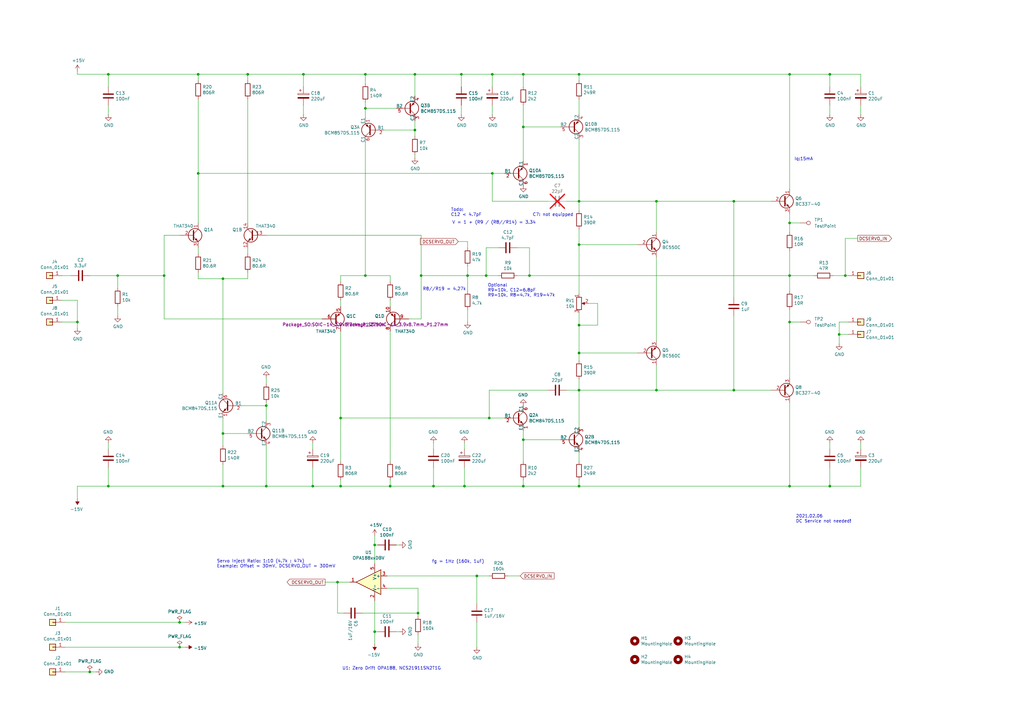
<source format=kicad_sch>
(kicad_sch (version 20231120) (generator "eeschema") (generator_version "8.0")
  (paper "A3")
  (title_block (title "Discrete Pre-Amp Elektor THAT340 with DC Servo") (date "2024-08-12") (rev "v2f"))
  (lib_symbols
    (symbol "Amplifier_Operational:OPA188xxDBV" (pin_names (offset 0.127))
      (property "Reference" "U" (at 0 5.08 0))
      (property "Value" "OPA188xxDBV" (at 0 -5.08 0))
      (symbol "OPA188xxDBV_0_1"
        (pin power_in line (at -2.54 -7.62 90) (length 3.81) (name "V-") (number "2"))
        (pin power_in line (at -2.54 7.62 270) (length 3.81) (name "V+") (number "5"))
      )
      (symbol "OPA188xxDBV_1_1"
        (pin output line (at 7.62 0 180) (length 2.54) (name "~") (number "1"))
        (pin input line (at -7.62 2.54 0) (length 2.54) (name "+") (number "3"))
        (pin input line (at -7.62 -2.54 0) (length 2.54) (name "-") (number "4"))
      )
    )
    (symbol "Connector:TestPoint" (pin_numbers hide) (pin_names (offset 0.762) hide)
      (property "Reference" "TP" (at 0 6.858 0))
      (property "Value" "TestPoint" (at 0 5.08 0))
      (symbol "TestPoint_1_1"
        (pin passive line (at 0 0 90) (length 2.54) (name "1") (number "1"))
      )
    )
    (symbol "Connector_Generic:Conn_01x01" (pin_names (offset 1.016) hide)
      (property "Reference" "J" (at 0 2.54 0))
      (property "Value" "Conn_01x01" (at 0 -2.54 0))
      (symbol "Conn_01x01_1_1"
        (pin passive line (at -5.08 0 0) (length 3.81) (name "Pin_1") (number "1"))
      )
    )
    (symbol "Device:C" (pin_numbers hide) (pin_names (offset 0.254))
      (property "Reference" "C" (at 0.635 2.54 0))
      (property "Value" "C" (at 0.635 -2.54 0))
      (symbol "C_1_1"
        (pin passive line (at 0 3.81 270) (length 2.794) (name "~") (number "1"))
        (pin passive line (at 0 -3.81 90) (length 2.794) (name "~") (number "2"))
      )
    )
    (symbol "Device:C_Polarized" (pin_numbers hide) (pin_names (offset 0.254))
      (property "Reference" "C" (at 0.635 2.54 0))
      (property "Value" "C_Polarized" (at 0.635 -2.54 0))
      (symbol "C_Polarized_1_1"
        (pin passive line (at 0 3.81 270) (length 2.794) (name "~") (number "1"))
        (pin passive line (at 0 -3.81 90) (length 2.794) (name "~") (number "2"))
      )
    )
    (symbol "Device:R" (pin_numbers hide) (pin_names (offset 0))
      (property "Reference" "R" (at 2.032 0 90))
      (property "Value" "R" (at 0 0 90))
      (symbol "R_1_1"
        (pin passive line (at 0 3.81 270) (length 1.27) (name "~") (number "1"))
        (pin passive line (at 0 -3.81 90) (length 1.27) (name "~") (number "2"))
      )
    )
    (symbol "Mechanical:MountingHole" (pin_names (offset 1.016))
      (property "Reference" "H" (at 0 5.08 0))
      (property "Value" "MountingHole" (at 0 3.175 0))
    )
    (symbol "Transistor_BJT:BC327" (pin_names (offset 0) hide)
      (property "Reference" "Q" (at 5.08 1.905 0))
      (property "Value" "BC327" (at 5.08 0 0))
      (symbol "BC327_1_1"
        (pin passive line (at 2.54 5.08 270) (length 2.54) (name "C") (number "1"))
        (pin input line (at -5.08 0 0) (length 5.715) (name "B") (number "2"))
        (pin passive line (at 2.54 -5.08 90) (length 2.54) (name "E") (number "3"))
      )
    )
    (symbol "Transistor_BJT:BC337" (pin_names (offset 0) hide)
      (property "Reference" "Q" (at 5.08 1.905 0))
      (property "Value" "BC337" (at 5.08 0 0))
      (symbol "BC337_1_1"
        (pin passive line (at 2.54 5.08 270) (length 2.54) (name "C") (number "1"))
        (pin input line (at -5.08 0 0) (length 5.08) (name "B") (number "2"))
        (pin passive line (at 2.54 -5.08 90) (length 2.54) (name "E") (number "3"))
      )
    )
    (symbol "Transistor_BJT:BC550" (pin_names (offset 0) hide)
      (property "Reference" "Q" (at 5.08 1.905 0))
      (property "Value" "BC550" (at 5.08 0 0))
      (symbol "BC550_1_1"
        (pin passive line (at 2.54 5.08 270) (length 2.54) (name "C") (number "1"))
        (pin input line (at -5.08 0 0) (length 5.08) (name "B") (number "2"))
        (pin passive line (at 2.54 -5.08 90) (length 2.54) (name "E") (number "3"))
      )
    )
    (symbol "Transistor_BJT:BC560" (pin_names (offset 0) hide)
      (property "Reference" "Q" (at 5.08 1.905 0))
      (property "Value" "BC560" (at 5.08 0 0))
      (symbol "BC560_1_1"
        (pin passive line (at 2.54 5.08 270) (length 2.54) (name "C") (number "1"))
        (pin input line (at -5.08 0 0) (length 5.715) (name "B") (number "2"))
        (pin passive line (at 2.54 -5.08 90) (length 2.54) (name "E") (number "3"))
      )
    )
    (symbol "kicad-snk:BCM847DS,115" (pin_names (offset 0))
      (property "Reference" "Q" (at 5.08 1.27 0))
      (property "Value" "BCM847DS,115" (at 5.08 -1.27 0))
      (symbol "BCM847DS,115_1_1"
        (pin passive line (at 2.54 -5.08 90) (length 2.54) (name "E1") (number "1"))
        (pin input line (at -5.08 0 0) (length 2.54) (name "B1") (number "2"))
        (pin passive line (at 2.54 5.08 270) (length 2.54) (name "C1") (number "6"))
      )
      (symbol "BCM847DS,115_2_1"
        (pin passive line (at 2.54 5.08 270) (length 2.54) (name "C2") (number "3"))
        (pin passive line (at 2.54 -5.08 90) (length 2.54) (name "E2") (number "4"))
        (pin input line (at -5.08 0 0) (length 2.54) (name "B2") (number "5"))
      )
    )
    (symbol "kicad-snk:BCM857DS,115" (pin_names (offset 0))
      (property "Reference" "Q" (at 5.08 1.27 0))
      (property "Value" "BCM857DS,115" (at 5.08 -1.27 0))
      (symbol "BCM857DS,115_1_1"
        (pin passive line (at 2.54 -5.08 90) (length 2.54) (name "E1") (number "1"))
        (pin input line (at -5.08 0 0) (length 2.54) (name "B1") (number "2"))
        (pin passive line (at 2.54 5.08 270) (length 2.54) (name "C1") (number "6"))
      )
      (symbol "BCM857DS,115_2_1"
        (pin passive line (at 2.54 5.08 270) (length 2.54) (name "C2") (number "3"))
        (pin passive line (at 2.54 -5.08 90) (length 2.54) (name "E2") (number "4"))
        (pin input line (at -5.08 0 0) (length 2.54) (name "B2") (number "5"))
      )
    )
    (symbol "kicad-snk:THAT340" (pin_names (offset 0) hide)
      (property "Reference" "Q" (at 5.334 -5.08 0))
      (property "Value" "THAT340" (at 5.334 -6.858 0))
      (property "Datasheet" "http://www.thatcorp.com/datashts/THAT_300-Series_Datasheet.pdf" (at -2.032 0 0))
      (symbol "THAT340_1_1"
        (pin passive line (at 2.54 5.08 270) (length 2.54) (name "C") (number "1"))
        (pin input line (at -5.08 0 0) (length 5.715) (name "B") (number "2"))
        (pin passive line (at 2.54 -5.08 90) (length 2.54) (name "E") (number "3"))
      )
      (symbol "THAT340_2_1"
        (pin passive line (at 2.54 -5.08 90) (length 2.54) (name "E") (number "12"))
        (pin input line (at -5.08 0 0) (length 5.715) (name "B") (number "13"))
        (pin passive line (at 2.54 5.08 270) (length 2.54) (name "C") (number "14"))
      )
      (symbol "THAT340_3_1"
        (pin passive line (at 2.54 5.08 270) (length 2.54) (name "C") (number "5"))
        (pin input line (at -5.08 0 0) (length 5.715) (name "B") (number "6"))
        (pin passive line (at 2.54 -5.08 90) (length 2.54) (name "E") (number "7"))
      )
      (symbol "THAT340_4_1"
        (pin input line (at 2.54 5.08 270) (length 2.54) (name "~") (number "10"))
        (pin passive line (at 2.54 -5.08 90) (length 2.54) (name "E") (number "8"))
        (pin input line (at -5.08 0 0) (length 5.715) (name "B") (number "9"))
      )
      (symbol "THAT340_5_0"
        (text "SUB" (at -2.667 0 0) (effects (font (size 1.524 1.524))))
        (text "SUB" (at 2.921 0 0) (effects (font (size 1.524 1.524))))
      )
      (symbol "THAT340_5_1"
        (pin passive line (at 7.62 0 180) (length 2.54) (name "E") (number "11"))
        (pin input line (at -7.62 0 0) (length 2.54) (name "B") (number "4"))
      )
    )
    (symbol "power:+15V" (power) (pin_names (offset 0))
      (property "Value" "+15V" (at 0 3.556 0))
      (symbol "+15V_1_1"
        (pin power_in line (at 0 0 90) (length 0) hide (name "+15V") (number "1"))
      )
    )
    (symbol "power:-15V" (power) (pin_names (offset 0))
      (property "Value" "-15V" (at 0 3.81 0))
      (symbol "-15V_0_0"
        (pin power_in line (at 0 0 90) (length 0) hide (name "-15V") (number "1"))
      )
    )
    (symbol "power:GND" (power) (pin_names (offset 0))
      (property "Value" "GND" (at 0 -3.81 0))
      (symbol "GND_1_1"
        (pin power_in line (at 0 0 270) (length 0) hide (name "GND") (number "1"))
      )
    )
    (symbol "power:PWR_FLAG" (power) (pin_numbers hide) (pin_names (offset 0) hide)
      (property "Value" "PWR_FLAG" (at 0 3.81 0))
      (symbol "PWR_FLAG_0_0"
        (pin power_out line (at 0 0 90) (length 0) (name "pwr") (number "1"))
      )
    )
    (symbol "pre-amp-discret-rescue:R_POT-Device" (pin_names (offset 1.016) hide)
      (property "Reference" "RV" (at -4.445 0 90))
      (property "Value" "R_POT-Device" (at -2.54 0 90))
      (symbol "R_POT-Device_1_1"
        (pin passive line (at 0 3.81 270) (length 1.27) (name "1") (number "1"))
        (pin passive line (at 3.81 0 180) (length 1.27) (name "2") (number "2"))
        (pin passive line (at 0 -3.81 90) (length 1.27) (name "3") (number "3"))
      )
    )
  )
  (junction (at 201.93 71.12))
  (junction (at 149.86 113.03))
  (junction (at 200.66 171.45))
  (junction (at 237.49 160.02))
  (junction (at 139.7 199.39))
  (junction (at 237.49 100.33))
  (junction (at 139.7 171.45))
  (junction (at 237.49 30.48))
  (junction (at 149.86 30.48))
  (junction (at 170.18 53.34))
  (junction (at 67.31 113.03))
  (junction (at 160.02 199.39))
  (junction (at 237.49 82.55))
  (junction (at 300.99 82.55))
  (junction (at 237.49 133.35))
  (junction (at 124.46 30.48))
  (junction (at 340.36 199.39))
  (junction (at 195.58 236.22))
  (junction (at 201.93 30.48))
  (junction (at 171.45 251.46))
  (junction (at 346.71 113.03))
  (junction (at 149.86 44.45))
  (junction (at 214.63 180.34))
  (junction (at 323.85 132.08))
  (junction (at 323.85 91.44))
  (junction (at 91.44 114.3))
  (junction (at 138.43 238.76))
  (junction (at 172.72 113.03))
  (junction (at 36.83 275.59))
  (junction (at 214.63 30.48))
  (junction (at 153.67 223.52))
  (junction (at 237.49 144.78))
  (junction (at 323.85 113.03))
  (junction (at 44.45 30.48))
  (junction (at 81.28 30.48))
  (junction (at 300.99 160.02))
  (junction (at 44.45 199.39))
  (junction (at 73.66 255.27))
  (junction (at 109.22 166.37))
  (junction (at 323.85 30.48))
  (junction (at 109.22 199.39))
  (junction (at 81.28 71.12))
  (junction (at 170.18 30.48))
  (junction (at 31.75 132.08))
  (junction (at 73.66 265.43))
  (junction (at 91.44 199.39))
  (junction (at 189.23 30.48))
  (junction (at 269.24 160.02))
  (junction (at 191.77 113.03))
  (junction (at 48.26 113.03))
  (junction (at 269.24 82.55))
  (junction (at 340.36 30.48))
  (junction (at 177.8 199.39))
  (junction (at 237.49 199.39))
  (junction (at 91.44 177.8))
  (junction (at 199.39 113.03))
  (junction (at 128.27 199.39))
  (junction (at 101.6 30.48))
  (junction (at 190.5 199.39))
  (junction (at 344.17 137.16))
  (junction (at 214.63 52.07))
  (junction (at 217.17 113.03))
  (junction (at 323.85 199.39))
  (junction (at 214.63 199.39))
  (junction (at 153.67 259.08))
  (wire (pts (xy 26.67 265.43) (xy 73.66 265.43)))
  (wire (pts (xy 81.28 71.12) (xy 81.28 91.44)))
  (wire (pts (xy 157.48 53.34) (xy 170.18 53.34)))
  (wire (pts (xy 73.66 255.27) (xy 76.2 255.27)))
  (wire (pts (xy 347.98 132.08) (xy 344.17 132.08)))
  (wire (pts (xy 91.44 114.3) (xy 81.28 114.3)))
  (wire (pts (xy 237.49 100.33) (xy 237.49 93.98)))
  (wire (pts (xy 177.8 184.15) (xy 177.8 181.61)))
  (wire (pts (xy 163.83 223.52) (xy 162.56 223.52)))
  (wire (pts (xy 201.93 30.48) (xy 214.63 30.48)))
  (wire (pts (xy 323.85 165.1) (xy 323.85 199.39)))
  (wire (pts (xy 158.75 236.22) (xy 195.58 236.22)))
  (wire (pts (xy 109.22 182.88) (xy 109.22 199.39)))
  (wire (pts (xy 323.85 119.38) (xy 323.85 113.03)))
  (wire (pts (xy 212.09 101.6) (xy 217.17 101.6)))
  (wire (pts (xy 353.06 43.18) (xy 353.06 46.99)))
  (wire (pts (xy 353.06 30.48) (xy 340.36 30.48)))
  (wire (pts (xy 237.49 199.39) (xy 237.49 196.85)))
  (wire (pts (xy 67.31 96.52) (xy 67.31 113.03)))
  (wire (pts (xy 261.62 100.33) (xy 237.49 100.33)))
  (wire (pts (xy 149.86 113.03) (xy 160.02 113.03)))
  (wire (pts (xy 189.23 30.48) (xy 189.23 35.56)))
  (wire (pts (xy 190.5 191.77) (xy 190.5 199.39)))
  (wire (pts (xy 172.72 96.52) (xy 172.72 113.03)))
  (wire (pts (xy 138.43 251.46) (xy 138.43 238.76)))
  (wire (pts (xy 153.67 219.71) (xy 153.67 223.52)))
  (wire (pts (xy 237.49 155.575) (xy 237.49 160.02)))
  (wire (pts (xy 153.67 246.38) (xy 153.67 259.08)))
  (wire (pts (xy 170.18 53.34) (xy 170.18 55.88)))
  (wire (pts (xy 269.24 82.55) (xy 237.49 82.55)))
  (wire (pts (xy 344.17 132.08) (xy 344.17 137.16)))
  (wire (pts (xy 347.98 137.16) (xy 344.17 137.16)))
  (wire (pts (xy 31.75 199.39) (xy 44.45 199.39)))
  (wire (pts (xy 340.36 35.56) (xy 340.36 30.48)))
  (wire (pts (xy 237.49 86.36) (xy 237.49 82.55)))
  (wire (pts (xy 323.85 91.44) (xy 328.295 91.44)))
  (wire (pts (xy 232.41 82.55) (xy 237.49 82.55)))
  (wire (pts (xy 237.49 185.42) (xy 237.49 189.23)))
  (wire (pts (xy 237.49 33.02) (xy 237.49 30.48)))
  (wire (pts (xy 25.4 132.08) (xy 31.75 132.08)))
  (wire (pts (xy 160.02 125.73) (xy 160.02 123.19)))
  (wire (pts (xy 148.59 251.46) (xy 171.45 251.46)))
  (wire (pts (xy 189.23 30.48) (xy 201.93 30.48)))
  (wire (pts (xy 26.67 255.27) (xy 73.66 255.27)))
  (wire (pts (xy 149.86 44.45) (xy 162.56 44.45)))
  (wire (pts (xy 170.18 63.5) (xy 170.18 64.77)))
  (wire (pts (xy 160.02 135.89) (xy 160.02 189.23)))
  (wire (pts (xy 109.22 96.52) (xy 172.72 96.52)))
  (wire (pts (xy 199.39 113.03) (xy 191.77 113.03)))
  (wire (pts (xy 214.63 30.48) (xy 237.49 30.48)))
  (wire (pts (xy 101.6 40.64) (xy 101.6 91.44)))
  (wire (pts (xy 44.45 35.56) (xy 44.45 30.48)))
  (wire (pts (xy 149.86 34.29) (xy 149.86 30.48)))
  (wire (pts (xy 160.02 199.39) (xy 177.8 199.39)))
  (wire (pts (xy 189.23 46.99) (xy 189.23 43.18)))
  (wire (pts (xy 44.45 184.15) (xy 44.45 181.61)))
  (wire (pts (xy 214.63 199.39) (xy 237.49 199.39)))
  (wire (pts (xy 109.22 165.1) (xy 109.22 166.37)))
  (wire (pts (xy 139.7 135.89) (xy 139.7 171.45)))
  (wire (pts (xy 128.27 184.15) (xy 128.27 181.61)))
  (wire (pts (xy 153.67 259.08) (xy 153.67 264.16)))
  (wire (pts (xy 101.6 30.48) (xy 101.6 33.02)))
  (wire (pts (xy 48.26 118.11) (xy 48.26 113.03)))
  (wire (pts (xy 323.85 87.63) (xy 323.85 91.44)))
  (wire (pts (xy 109.22 166.37) (xy 109.22 172.72)))
  (wire (pts (xy 48.26 113.03) (xy 67.31 113.03)))
  (wire (pts (xy 31.75 30.48) (xy 31.75 29.21)))
  (wire (pts (xy 149.86 41.91) (xy 149.86 44.45)))
  (wire (pts (xy 26.67 275.59) (xy 36.83 275.59)))
  (wire (pts (xy 340.36 199.39) (xy 340.36 191.77)))
  (wire (pts (xy 177.8 191.77) (xy 177.8 199.39)))
  (wire (pts (xy 139.7 171.45) (xy 200.66 171.45)))
  (wire (pts (xy 67.31 113.03) (xy 67.31 130.81)))
  (wire (pts (xy 245.11 133.35) (xy 237.49 133.35)))
  (wire (pts (xy 300.99 160.02) (xy 269.24 160.02)))
  (wire (pts (xy 109.22 157.48) (xy 109.22 154.94)))
  (wire (pts (xy 139.7 125.73) (xy 139.7 123.19)))
  (wire (pts (xy 73.66 265.43) (xy 76.2 265.43)))
  (wire (pts (xy 44.45 199.39) (xy 44.45 191.77)))
  (wire (pts (xy 346.71 113.03) (xy 347.98 113.03)))
  (wire (pts (xy 139.7 113.03) (xy 149.86 113.03)))
  (wire (pts (xy 237.49 199.39) (xy 323.85 199.39)))
  (wire (pts (xy 323.85 199.39) (xy 340.36 199.39)))
  (wire (pts (xy 300.99 129.54) (xy 300.99 160.02)))
  (wire (pts (xy 31.75 132.08) (xy 31.75 134.62)))
  (wire (pts (xy 172.72 113.03) (xy 191.77 113.03)))
  (wire (pts (xy 237.49 144.78) (xy 237.49 147.955)))
  (wire (pts (xy 237.49 160.02) (xy 237.49 175.26)))
  (wire (pts (xy 340.36 184.15) (xy 340.36 181.61)))
  (wire (pts (xy 44.45 46.99) (xy 44.45 43.18)))
  (wire (pts (xy 190.5 184.15) (xy 190.5 181.61)))
  (wire (pts (xy 153.67 223.52) (xy 153.67 231.14)))
  (wire (pts (xy 170.18 49.53) (xy 170.18 53.34)))
  (wire (pts (xy 81.28 71.12) (xy 201.93 71.12)))
  (wire (pts (xy 323.85 30.48) (xy 340.36 30.48)))
  (wire (pts (xy 237.49 133.35) (xy 237.49 144.78)))
  (wire (pts (xy 170.18 39.37) (xy 170.18 30.48)))
  (wire (pts (xy 237.49 30.48) (xy 323.85 30.48)))
  (wire (pts (xy 128.27 199.39) (xy 128.27 191.77)))
  (wire (pts (xy 101.6 114.3) (xy 91.44 114.3)))
  (wire (pts (xy 217.17 113.03) (xy 323.85 113.03)))
  (wire (pts (xy 167.64 130.81) (xy 172.72 130.81)))
  (wire (pts (xy 31.75 204.47) (xy 31.75 199.39)))
  (wire (pts (xy 232.41 160.02) (xy 237.49 160.02)))
  (wire (pts (xy 81.28 114.3) (xy 81.28 111.76)))
  (wire (pts (xy 101.6 177.8) (xy 91.44 177.8)))
  (wire (pts (xy 36.83 113.03) (xy 48.26 113.03)))
  (wire (pts (xy 154.94 259.08) (xy 153.67 259.08)))
  (wire (pts (xy 81.28 104.14) (xy 81.28 101.6)))
  (wire (pts (xy 31.75 30.48) (xy 44.45 30.48)))
  (wire (pts (xy 31.75 123.19) (xy 31.75 132.08)))
  (wire (pts (xy 160.02 115.57) (xy 160.02 113.03)))
  (wire (pts (xy 101.6 104.14) (xy 101.6 101.6)))
  (wire (pts (xy 201.93 71.12) (xy 207.01 71.12)))
  (wire (pts (xy 172.72 113.03) (xy 172.72 130.81)))
  (wire (pts (xy 140.97 251.46) (xy 138.43 251.46)))
  (wire (pts (xy 191.77 101.6) (xy 191.77 99.06)))
  (wire (pts (xy 201.93 82.55) (xy 201.93 71.12)))
  (wire (pts (xy 212.09 113.03) (xy 217.17 113.03)))
  (wire (pts (xy 99.06 166.37) (xy 109.22 166.37)))
  (wire (pts (xy 300.99 121.92) (xy 300.99 82.55)))
  (wire (pts (xy 91.44 177.8) (xy 91.44 171.45)))
  (wire (pts (xy 323.85 113.03) (xy 334.01 113.03)))
  (wire (pts (xy 269.24 149.86) (xy 269.24 160.02)))
  (wire (pts (xy 44.45 199.39) (xy 91.44 199.39)))
  (wire (pts (xy 353.06 184.15) (xy 353.06 181.61)))
  (wire (pts (xy 323.85 30.48) (xy 323.85 77.47)))
  (wire (pts (xy 346.71 97.79) (xy 346.71 113.03)))
  (wire (pts (xy 109.22 199.39) (xy 128.27 199.39)))
  (wire (pts (xy 139.7 115.57) (xy 139.7 113.03)))
  (wire (pts (xy 245.11 124.46) (xy 245.11 133.35)))
  (wire (pts (xy 199.39 101.6) (xy 199.39 113.03)))
  (wire (pts (xy 36.83 275.59) (xy 39.37 275.59)))
  (wire (pts (xy 128.27 199.39) (xy 139.7 199.39)))
  (wire (pts (xy 353.06 199.39) (xy 353.06 191.77)))
  (wire (pts (xy 25.4 113.03) (xy 29.21 113.03)))
  (wire (pts (xy 149.86 30.48) (xy 170.18 30.48)))
  (wire (pts (xy 224.79 160.02) (xy 200.66 160.02)))
  (wire (pts (xy 171.45 260.35) (xy 171.45 264.16)))
  (wire (pts (xy 149.86 58.42) (xy 149.86 113.03)))
  (wire (pts (xy 241.3 124.46) (xy 245.11 124.46)))
  (wire (pts (xy 124.46 35.56) (xy 124.46 30.48)))
  (wire (pts (xy 195.58 236.22) (xy 200.66 236.22)))
  (wire (pts (xy 139.7 199.39) (xy 160.02 199.39)))
  (wire (pts (xy 171.45 241.3) (xy 158.75 241.3)))
  (wire (pts (xy 353.06 199.39) (xy 340.36 199.39)))
  (wire (pts (xy 25.4 123.19) (xy 31.75 123.19)))
  (wire (pts (xy 208.28 236.22) (xy 213.36 236.22)))
  (wire (pts (xy 217.17 101.6) (xy 217.17 113.03)))
  (wire (pts (xy 224.79 82.55) (xy 201.93 82.55)))
  (wire (pts (xy 177.8 199.39) (xy 190.5 199.39)))
  (wire (pts (xy 48.26 129.54) (xy 48.26 125.73)))
  (wire (pts (xy 133.35 238.76) (xy 138.43 238.76)))
  (wire (pts (xy 214.63 43.18) (xy 214.63 52.07)))
  (wire (pts (xy 214.63 176.53) (xy 214.63 180.34)))
  (wire (pts (xy 214.63 180.34) (xy 214.63 189.23)))
  (wire (pts (xy 139.7 199.39) (xy 139.7 196.85)))
  (wire (pts (xy 214.63 30.48) (xy 214.63 35.56)))
  (wire (pts (xy 81.28 30.48) (xy 101.6 30.48)))
  (wire (pts (xy 191.77 127) (xy 191.77 132.08)))
  (wire (pts (xy 81.28 30.48) (xy 81.28 33.02)))
  (wire (pts (xy 191.77 113.03) (xy 191.77 119.38)))
  (wire (pts (xy 200.66 160.02) (xy 200.66 171.45)))
  (wire (pts (xy 124.46 43.18) (xy 124.46 46.99)))
  (wire (pts (xy 214.63 196.85) (xy 214.63 199.39)))
  (wire (pts (xy 67.31 96.52) (xy 73.66 96.52)))
  (wire (pts (xy 163.83 259.08) (xy 162.56 259.08)))
  (wire (pts (xy 201.93 43.18) (xy 201.93 46.99)))
  (wire (pts (xy 204.47 101.6) (xy 199.39 101.6)))
  (wire (pts (xy 171.45 252.73) (xy 171.45 251.46)))
  (wire (pts (xy 269.24 160.02) (xy 237.49 160.02)))
  (wire (pts (xy 195.58 247.65) (xy 195.58 236.22)))
  (wire (pts (xy 344.17 140.97) (xy 344.17 137.16)))
  (wire (pts (xy 199.39 113.03) (xy 204.47 113.03)))
  (wire (pts (xy 214.63 52.07) (xy 214.63 66.04)))
  (wire (pts (xy 237.49 120.65) (xy 237.49 100.33)))
  (wire (pts (xy 353.06 35.56) (xy 353.06 30.48)))
  (wire (pts (xy 269.24 105.41) (xy 269.24 139.7)))
  (wire (pts (xy 341.63 113.03) (xy 346.71 113.03)))
  (wire (pts (xy 323.85 91.44) (xy 323.85 95.25)))
  (wire (pts (xy 170.18 30.48) (xy 189.23 30.48)))
  (wire (pts (xy 237.49 40.64) (xy 237.49 46.99)))
  (wire (pts (xy 214.63 180.34) (xy 229.87 180.34)))
  (wire (pts (xy 237.49 57.15) (xy 237.49 82.55)))
  (wire (pts (xy 190.5 199.39) (xy 214.63 199.39)))
  (wire (pts (xy 171.45 251.46) (xy 171.45 241.3)))
  (wire (pts (xy 138.43 238.76) (xy 143.51 238.76)))
  (wire (pts (xy 124.46 30.48) (xy 101.6 30.48)))
  (wire (pts (xy 323.85 132.08) (xy 323.85 154.94)))
  (wire (pts (xy 139.7 171.45) (xy 139.7 189.23)))
  (wire (pts (xy 323.85 132.08) (xy 328.295 132.08)))
  (wire (pts (xy 191.77 99.06) (xy 187.96 99.06)))
  (wire (pts (xy 195.58 265.43) (xy 195.58 255.27)))
  (wire (pts (xy 323.85 113.03) (xy 323.85 102.87)))
  (wire (pts (xy 160.02 199.39) (xy 160.02 196.85)))
  (wire (pts (xy 101.6 114.3) (xy 101.6 111.76)))
  (wire (pts (xy 351.79 97.79) (xy 346.71 97.79)))
  (wire (pts (xy 67.31 130.81) (xy 132.08 130.81)))
  (wire (pts (xy 269.24 95.25) (xy 269.24 82.55)))
  (wire (pts (xy 91.44 199.39) (xy 109.22 199.39)))
  (wire (pts (xy 300.99 82.55) (xy 269.24 82.55)))
  (wire (pts (xy 154.94 223.52) (xy 153.67 223.52)))
  (wire (pts (xy 323.85 132.08) (xy 323.85 127)))
  (wire (pts (xy 44.45 30.48) (xy 81.28 30.48)))
  (wire (pts (xy 91.44 161.29) (xy 91.44 114.3)))
  (wire (pts (xy 149.86 44.45) (xy 149.86 48.26)))
  (wire (pts (xy 316.23 160.02) (xy 300.99 160.02)))
  (wire (pts (xy 91.44 190.5) (xy 91.44 199.39)))
  (wire (pts (xy 191.77 109.22) (xy 191.77 113.03)))
  (wire (pts (xy 237.49 128.27) (xy 237.49 133.35)))
  (wire (pts (xy 261.62 144.78) (xy 237.49 144.78)))
  (wire (pts (xy 340.36 46.99) (xy 340.36 43.18)))
  (wire (pts (xy 91.44 182.88) (xy 91.44 177.8)))
  (wire (pts (xy 124.46 30.48) (xy 149.86 30.48)))
  (wire (pts (xy 81.28 40.64) (xy 81.28 71.12)))
  (wire (pts (xy 200.66 171.45) (xy 207.01 171.45)))
  (wire (pts (xy 201.93 30.48) (xy 201.93 35.56)))
  (wire (pts (xy 316.23 82.55) (xy 300.99 82.55)))
  (wire (pts (xy 214.63 52.07) (xy 229.87 52.07)))
  (text "V = 1 + (R9 / (R8//R14) = 3.34" (at 185.42 92.075 0) (effects (font (size 1.27 1.27)) (justify left bottom)))
  (text "U1: Zero Drift OPA188, NCS21911SN2T1G" (at 140.335 274.955 0) (effects (font (size 1.27 1.27)) (justify left bottom)))
  (text "R8//R19 = 4.27k" (at 173.355 119.38 0) (effects (font (size 1.27 1.27)) (justify left bottom)))
  (text "2021.02.06\nDC Service not needed!" (at 326.39 214.63 0) (effects (font (size 1.27 1.27)) (justify left bottom)))
  (text "fg = 1Hz (160k, 1uF)" (at 177.165 231.14 0) (effects (font (size 1.27 1.27)) (justify left bottom)))
  (text "Optional\nR9=10k, C12=6.8pF\nR9=10k, R8=4.7k, R19=47k" (at 200.025 121.92 0) (effects (font (size 1.27 1.27)) (justify left bottom)))
  (text "Todo:\nC12 < 4.7pF" (at 184.912 88.9 0) (effects (font (size 1.27 1.27)) (justify left bottom)))
  (text "C7: not equipped" (at 218.44 88.9 0) (effects (font (size 1.27 1.27)) (justify left bottom)))
  (text "Servo Inject Ratio: 1:10 (4.7k : 47k)\nExample: Offset = 30mV, DCSERVO_OUT = 300mV" (at 88.9 233.045 0) (effects (font (size 1.27 1.27)) (justify left bottom)))
  (text "Iq:15mA" (at 325.755 66.04 0) (effects (font (size 1.27 1.27)) (justify left bottom)))
  (global_label "DCSERVO_OUT" (shape output) (at 133.35 238.76 180) (property "Intersheetrefs" "${INTERSHEET_REFS}" (effects (hide yes))))
  (global_label "DCSERVO_OUT" (shape input) (at 187.96 99.06 180) (property "Intersheetrefs" "${INTERSHEET_REFS}" (effects (hide yes))))
  (global_label "DCSERVO_IN" (shape output) (at 351.79 97.79 0) (property "Intersheetrefs" "${INTERSHEET_REFS}" (effects (hide yes))))
  (global_label "DCSERVO_IN" (shape input) (at 213.36 236.22 0) (property "Intersheetrefs" "${INTERSHEET_REFS}" (effects (hide yes))))
  (symbol (lib_id "Device:R") (at 160.02 193.04 0) (unit 1)
    (property "Reference" "R6" (at 161.798 191.8716 0) (effects (justify left)))
    (property "Value" "806R" (at 161.798 194.183 0) (effects (justify left)))
    (property "Footprint" "Resistor_SMD:R_0805_2012Metric_Pad1.20x1.40mm_HandSolder" (effects (hide yes)))
  )
  (symbol (lib_id "Device:C") (at 33.02 113.03 270) (unit 1)
    (property "Reference" "C2" (at 33.02 106.6292 90))
    (property "Value" "3.3uF" (at 33.02 108.9406 90))
    (property "Footprint" "Capacitor_THT:C_Rect_L7.2mm_W7.2mm_P5.00mm_FKS2_FKP2_MKS2_MKP2" (effects (hide yes)))
  )
  (symbol (lib_id "power:GND") (at 48.26 129.54 0) (unit 1)
    (property "Reference" "#PWR09" (effects (hide yes)))
    (property "Value" "GND" (at 48.387 133.9342 0))
  )
  (symbol (lib_id "Device:R") (at 139.7 193.04 0) (unit 1)
    (property "Reference" "R3" (at 141.478 191.8716 0) (effects (justify left)))
    (property "Value" "806R" (at 141.478 194.183 0) (effects (justify left)))
    (property "Footprint" "Resistor_SMD:R_0805_2012Metric_Pad1.20x1.40mm_HandSolder" (effects (hide yes)))
  )
  (symbol (lib_id "Device:R") (at 48.26 121.92 0) (unit 1)
    (property "Reference" "R1" (at 50.038 120.7516 0) (effects (justify left)))
    (property "Value" "10k" (at 50.038 123.063 0) (effects (justify left)))
    (property "Footprint" "Resistor_SMD:R_0805_2012Metric_Pad1.20x1.40mm_HandSolder" (effects (hide yes)))
  )
  (symbol (lib_id "Device:R") (at 191.77 123.19 0) (unit 1)
    (property "Reference" "R8" (at 193.548 122.0216 0) (effects (justify left)))
    (property "Value" "4.7k" (at 193.548 124.333 0) (effects (justify left)))
    (property "Footprint" "Resistor_SMD:R_0805_2012Metric_Pad1.20x1.40mm_HandSolder" (effects (hide yes)))
  )
  (symbol (lib_id "Device:R") (at 208.28 113.03 270) (unit 1)
    (property "Reference" "R9" (at 208.28 107.7722 90))
    (property "Value" "10k" (at 208.28 110.0836 90))
    (property "Footprint" "Resistor_SMD:R_0805_2012Metric_Pad1.20x1.40mm_HandSolder" (effects (hide yes)))
  )
  (symbol (lib_id "Device:R") (at 139.7 119.38 0) (unit 1)
    (property "Reference" "R2" (at 141.478 118.2116 0) (effects (justify left)))
    (property "Value" "80.6R" (at 141.478 120.523 0) (effects (justify left)))
    (property "Footprint" "Resistor_SMD:R_0805_2012Metric_Pad1.20x1.40mm_HandSolder" (effects (hide yes)))
  )
  (symbol (lib_id "Device:R") (at 160.02 119.38 0) (unit 1)
    (property "Reference" "R5" (at 161.798 118.2116 0) (effects (justify left)))
    (property "Value" "80.6R" (at 161.798 120.523 0) (effects (justify left)))
    (property "Footprint" "Resistor_SMD:R_0805_2012Metric_Pad1.20x1.40mm_HandSolder" (effects (hide yes)))
  )
  (symbol (lib_id "Device:R") (at 149.86 38.1 0) (unit 1)
    (property "Reference" "R4" (at 151.638 36.9316 0) (effects (justify left)))
    (property "Value" "140R" (at 151.638 39.243 0) (effects (justify left)))
    (property "Footprint" "Resistor_SMD:R_0805_2012Metric_Pad1.20x1.40mm_HandSolder" (effects (hide yes)))
  )
  (symbol (lib_id "Device:R") (at 170.18 59.69 0) (unit 1)
    (property "Reference" "R7" (at 171.958 58.5216 0) (effects (justify left)))
    (property "Value" "10k" (at 171.958 60.833 0) (effects (justify left)))
    (property "Footprint" "Resistor_SMD:R_0805_2012Metric_Pad1.20x1.40mm_HandSolder" (effects (hide yes)))
  )
  (symbol (lib_id "Device:R") (at 237.49 36.83 0) (unit 1)
    (property "Reference" "R11" (at 239.268 35.6616 0) (effects (justify left)))
    (property "Value" "249R" (at 239.268 37.973 0) (effects (justify left)))
    (property "Footprint" "Resistor_SMD:R_0805_2012Metric_Pad1.20x1.40mm_HandSolder" (effects (hide yes)))
  )
  (symbol (lib_id "power:GND") (at 191.77 132.08 0) (unit 1)
    (property "Reference" "#PWR013" (effects (hide yes)))
    (property "Value" "GND" (at 191.897 136.4742 0))
  )
  (symbol (lib_id "power:GND") (at 31.75 134.62 0) (unit 1)
    (property "Reference" "#PWR04" (effects (hide yes)))
    (property "Value" "GND" (at 31.877 139.0142 0))
  )
  (symbol (lib_id "Mechanical:MountingHole") (at 260.35 262.89 0) (unit 1)
    (property "Reference" "H1" (at 262.89 261.7216 0) (effects (justify left)))
    (property "Value" "MountingHole" (at 262.89 264.033 0) (effects (justify left)))
    (property "Footprint" "MountingHole:MountingHole_3.2mm_M3_Pad_Via" (effects (hide yes)))
  )
  (symbol (lib_id "Mechanical:MountingHole") (at 278.13 262.89 0) (unit 1)
    (property "Reference" "H3" (at 280.67 261.7216 0) (effects (justify left)))
    (property "Value" "MountingHole" (at 280.67 264.033 0) (effects (justify left)))
    (property "Footprint" "MountingHole:MountingHole_3.2mm_M3_Pad_Via" (effects (hide yes)))
  )
  (symbol (lib_id "Mechanical:MountingHole") (at 260.35 270.51 0) (unit 1)
    (property "Reference" "H2" (at 262.89 269.3416 0) (effects (justify left)))
    (property "Value" "MountingHole" (at 262.89 271.653 0) (effects (justify left)))
    (property "Footprint" "MountingHole:MountingHole_3.2mm_M3_Pad_Via" (effects (hide yes)))
  )
  (symbol (lib_id "Mechanical:MountingHole") (at 278.13 270.51 0) (unit 1)
    (property "Reference" "H4" (at 280.67 269.3416 0) (effects (justify left)))
    (property "Value" "MountingHole" (at 280.67 271.653 0) (effects (justify left)))
    (property "Footprint" "MountingHole:MountingHole_3.2mm_M3_Pad_Via" (effects (hide yes)))
  )
  (symbol (lib_id "Connector_Generic:Conn_01x01") (at 20.32 113.03 180) (unit 1)
    (property "Reference" "J4" (at 22.4028 107.315 0))
    (property "Value" "Conn_01x01" (at 22.4028 109.6264 0))
    (property "Footprint" "Connector_Pin:Pin_D1.0mm_L10.0mm" (effects (hide yes)))
  )
  (symbol (lib_id "Connector_Generic:Conn_01x01") (at 20.32 123.19 180) (unit 1)
    (property "Reference" "J5" (at 22.4028 117.475 0))
    (property "Value" "Conn_01x01" (at 22.4028 119.7864 0))
    (property "Footprint" "Connector_Pin:Pin_D1.0mm_L10.0mm" (effects (hide yes)))
  )
  (symbol (lib_id "power:GND") (at 170.18 64.77 0) (unit 1)
    (property "Reference" "#PWR012" (effects (hide yes)))
    (property "Value" "GND" (at 170.307 69.1642 0))
  )
  (symbol (lib_id "power:+15V") (at 31.75 29.21 0) (unit 1)
    (property "Reference" "#PWR05" (effects (hide yes)))
    (property "Value" "+15V" (at 32.131 24.8158 0))
  )
  (symbol (lib_id "power:-15V") (at 31.75 204.47 180) (unit 1)
    (property "Reference" "#PWR08" (effects (hide yes)))
    (property "Value" "-15V" (at 31.369 208.8642 0))
  )
  (symbol (lib_id "Connector_Generic:Conn_01x01") (at 353.06 113.03 0) (unit 1)
    (property "Reference" "J6" (at 355.092 111.9632 0) (effects (justify left)))
    (property "Value" "Conn_01x01" (at 355.092 114.2746 0) (effects (justify left)))
    (property "Footprint" "Connector_Pin:Pin_D1.0mm_L10.0mm" (effects (hide yes)))
  )
  (symbol (lib_id "Connector_Generic:Conn_01x01") (at 353.06 137.16 0) (unit 1)
    (property "Reference" "J7" (at 355.092 136.0932 0) (effects (justify left)))
    (property "Value" "Conn_01x01" (at 355.092 138.4046 0) (effects (justify left)))
    (property "Footprint" "Connector_Pin:Pin_D1.0mm_L10.0mm" (effects (hide yes)))
  )
  (symbol (lib_id "Connector_Generic:Conn_01x01") (at 21.59 255.27 180) (unit 1)
    (property "Reference" "J1" (at 23.6728 249.555 0))
    (property "Value" "Conn_01x01" (at 23.6728 251.8664 0))
    (property "Footprint" "Connector_Pin:Pin_D1.0mm_L10.0mm" (effects (hide yes)))
  )
  (symbol (lib_id "Connector_Generic:Conn_01x01") (at 21.59 275.59 180) (unit 1)
    (property "Reference" "J2" (at 23.6728 269.875 0))
    (property "Value" "Conn_01x01" (at 23.6728 272.1864 0))
    (property "Footprint" "Connector_Pin:Pin_D1.0mm_L10.0mm" (effects (hide yes)))
  )
  (symbol (lib_id "Connector_Generic:Conn_01x01") (at 21.59 265.43 180) (unit 1)
    (property "Reference" "J3" (at 23.6728 259.715 0))
    (property "Value" "Conn_01x01" (at 23.6728 262.0264 0))
    (property "Footprint" "Connector_Pin:Pin_D1.0mm_L10.0mm" (effects (hide yes)))
  )
  (symbol (lib_id "power:GND") (at 39.37 275.59 90) (unit 1)
    (property "Reference" "#PWR02" (effects (hide yes)))
    (property "Value" "GND" (at 42.6212 275.463 90) (effects (justify right)))
  )
  (symbol (lib_id "power:+15V") (at 76.2 255.27 270) (unit 1)
    (property "Reference" "#PWR01" (effects (hide yes)))
    (property "Value" "+15V" (at 79.4512 255.651 90) (effects (justify left)))
  )
  (symbol (lib_id "Device:C_Polarized") (at 353.06 187.96 0) (unit 1)
    (property "Reference" "C3" (at 356.0572 186.7916 0) (effects (justify left)))
    (property "Value" "220uF" (at 356.0572 189.103 0) (effects (justify left)))
    (property "Footprint" "Capacitor_THT:CP_Radial_D8.0mm_P3.50mm" (effects (hide yes)))
  )
  (symbol (lib_id "Device:C") (at 340.36 187.96 180) (unit 1)
    (property "Reference" "C5" (at 343.281 186.7916 0) (effects (justify right)))
    (property "Value" "100nF" (at 343.281 189.103 0) (effects (justify right)))
    (property "Footprint" "Capacitor_SMD:C_1206_3216Metric_Pad1.33x1.80mm_HandSolder" (effects (hide yes)))
  )
  (symbol (lib_id "power:GND") (at 44.45 181.61 180) (unit 1)
    (property "Reference" "#PWR011" (effects (hide yes)))
    (property "Value" "GND" (at 44.323 177.2158 0))
  )
  (symbol (lib_id "Device:R") (at 337.82 113.03 270) (unit 1)
    (property "Reference" "R13" (at 337.82 107.7722 90))
    (property "Value" "47R" (at 337.82 110.0836 90))
    (property "Footprint" "Resistor_SMD:R_0805_2012Metric_Pad1.20x1.40mm_HandSolder" (effects (hide yes)))
  )
  (symbol (lib_id "Device:C_Polarized") (at 353.06 39.37 0) (unit 1)
    (property "Reference" "C1" (at 356.0572 38.2016 0) (effects (justify left)))
    (property "Value" "220uF" (at 356.0572 40.513 0) (effects (justify left)))
    (property "Footprint" "Capacitor_THT:CP_Radial_D8.0mm_P3.50mm" (effects (hide yes)))
  )
  (symbol (lib_id "Device:C") (at 340.36 39.37 180) (unit 1)
    (property "Reference" "C4" (at 343.281 38.2016 0) (effects (justify right)))
    (property "Value" "100nF" (at 343.281 40.513 0) (effects (justify right)))
    (property "Footprint" "Capacitor_SMD:C_1206_3216Metric_Pad1.33x1.80mm_HandSolder" (effects (hide yes)))
  )
  (symbol (lib_id "power:GND") (at 44.45 46.99 0) (unit 1)
    (property "Reference" "#PWR010" (effects (hide yes)))
    (property "Value" "GND" (at 44.577 51.3842 0))
  )
  (symbol (lib_id "power:GND") (at 344.17 140.97 0) (unit 1)
    (property "Reference" "#PWR015" (effects (hide yes)))
    (property "Value" "GND" (at 344.297 145.3642 0))
  )
  (symbol (lib_id "power:-15V") (at 76.2 265.43 270) (unit 1)
    (property "Reference" "#PWR0101" (effects (hide yes)))
    (property "Value" "-15V" (at 79.4512 265.811 90) (effects (justify left)))
  )
  (symbol (lib_id "power:PWR_FLAG") (at 36.83 275.59 0) (unit 1)
    (property "Reference" "#FLG0101" (effects (hide yes)))
    (property "Value" "PWR_FLAG" (at 36.83 271.1958 0))
  )
  (symbol (lib_id "power:PWR_FLAG") (at 73.66 265.43 0) (unit 1)
    (property "Reference" "#FLG0103" (effects (hide yes)))
    (property "Value" "PWR_FLAG" (at 73.66 261.0358 0))
  )
  (symbol (lib_id "Device:C") (at 208.28 101.6 270) (unit 1)
    (property "Reference" "C12" (at 208.28 95.1992 90))
    (property "Value" "4.7pF" (at 208.28 97.5106 90))
    (property "Footprint" "Capacitor_SMD:C_0805_2012Metric_Pad1.18x1.45mm_HandSolder" (effects (hide yes)))
  )
  (symbol (lib_id "Device:C") (at 44.45 39.37 180) (unit 1)
    (property "Reference" "C13" (at 47.371 38.2016 0) (effects (justify right)))
    (property "Value" "100nF" (at 47.371 40.513 0) (effects (justify right)))
    (property "Footprint" "Capacitor_SMD:C_1206_3216Metric_Pad1.33x1.80mm_HandSolder" (effects (hide yes)))
  )
  (symbol (lib_id "Device:C") (at 44.45 187.96 180) (unit 1)
    (property "Reference" "C14" (at 47.371 186.7916 0) (effects (justify right)))
    (property "Value" "100nF" (at 47.371 189.103 0) (effects (justify right)))
    (property "Footprint" "Capacitor_SMD:C_1206_3216Metric_Pad1.33x1.80mm_HandSolder" (effects (hide yes)))
  )
  (symbol (lib_id "power:GND") (at 340.36 181.61 180) (unit 1)
    (property "Reference" "#PWR018" (effects (hide yes)))
    (property "Value" "GND" (at 340.233 177.2158 0))
  )
  (symbol (lib_id "power:GND") (at 340.36 46.99 0) (unit 1)
    (property "Reference" "#PWR017" (effects (hide yes)))
    (property "Value" "GND" (at 340.487 51.3842 0))
  )
  (symbol (lib_id "power:GND") (at 353.06 46.99 0) (unit 1)
    (property "Reference" "#PWR019" (effects (hide yes)))
    (property "Value" "GND" (at 353.187 51.3842 0))
  )
  (symbol (lib_id "power:GND") (at 353.06 181.61 180) (unit 1)
    (property "Reference" "#PWR020" (effects (hide yes)))
    (property "Value" "GND" (at 352.933 177.2158 0))
  )
  (symbol (lib_id "kicad-snk:BCM847DS,115") (at 93.98 166.37 0) (mirror y) (unit 1)
    (property "Reference" "Q11" (at 89.1286 165.2016 0) (effects (justify left)))
    (property "Value" "BCM847DS,115" (at 89.1286 167.513 0) (effects (justify left)))
    (property "Footprint" "Package_TO_SOT_SMD:SC-74-6_1.55x2.9mm_P0.95mm" (effects (hide yes)))
    (property "Datasheet" "https://www.analog.com/media/en/technical-documentation/obsolete-data-sheets/SSM2210.pdf" (effects (hide yes)))
  )
  (symbol (lib_id "kicad-snk:BCM847DS,115") (at 106.68 177.8 0) (unit 2)
    (property "Reference" "Q11" (at 111.506 176.6316 0) (effects (justify left)))
    (property "Value" "BCM847DS,115" (at 111.506 178.943 0) (effects (justify left)))
    (property "Footprint" "Package_TO_SOT_SMD:SC-74-6_1.55x2.9mm_P0.95mm" (effects (hide yes)))
    (property "Datasheet" "https://www.analog.com/media/en/technical-documentation/obsolete-data-sheets/SSM2210.pdf" (effects (hide yes)))
  )
  (symbol (lib_id "power:PWR_FLAG") (at 73.66 255.27 0) (unit 1)
    (property "Reference" "#FLG01" (effects (hide yes)))
    (property "Value" "PWR_FLAG" (at 73.66 250.8758 0))
  )
  (symbol (lib_id "kicad-snk:BCM857DS,115") (at 167.64 44.45 0) (mirror x) (unit 2)
    (property "Reference" "Q3" (at 172.466 43.2816 0) (effects (justify left)))
    (property "Value" "BCM857DS,115" (at 172.466 45.593 0) (effects (justify left)))
    (property "Footprint" "Package_TO_SOT_SMD:SC-74-6_1.55x2.9mm_P0.95mm" (effects (hide yes)))
    (property "Datasheet" "https://www.analog.com/media/en/technical-documentation/data-sheets/SSM2220.pdf" (effects (hide yes)))
  )
  (symbol (lib_id "kicad-snk:BCM857DS,115") (at 152.4 53.34 180) (unit 1)
    (property "Reference" "Q3" (at 147.5486 52.1716 0) (effects (justify left)))
    (property "Value" "BCM857DS,115" (at 147.5486 54.483 0) (effects (justify left)))
    (property "Footprint" "Package_TO_SOT_SMD:SC-74-6_1.55x2.9mm_P0.95mm" (effects (hide yes)))
    (property "Datasheet" "https://www.analog.com/media/en/technical-documentation/data-sheets/SSM2220.pdf" (effects (hide yes)))
  )
  (symbol (lib_id "Device:R") (at 237.49 193.04 0) (unit 1)
    (property "Reference" "R27" (at 239.268 191.8716 0) (effects (justify left)))
    (property "Value" "249R" (at 239.268 194.183 0) (effects (justify left)))
    (property "Footprint" "Resistor_SMD:R_0805_2012Metric_Pad1.20x1.40mm_HandSolder" (effects (hide yes)))
  )
  (symbol (lib_id "Device:C_Polarized") (at 124.46 39.37 0) (unit 1)
    (property "Reference" "C18" (at 127.4572 38.2016 0) (effects (justify left)))
    (property "Value" "220uF" (at 127.4572 40.513 0) (effects (justify left)))
    (property "Footprint" "Capacitor_THT:CP_Radial_D8.0mm_P3.50mm" (effects (hide yes)))
  )
  (symbol (lib_id "power:GND") (at 124.46 46.99 0) (unit 1)
    (property "Reference" "#PWR023" (effects (hide yes)))
    (property "Value" "GND" (at 124.587 51.3842 0))
  )
  (symbol (lib_id "Device:C_Polarized") (at 128.27 187.96 0) (unit 1)
    (property "Reference" "C19" (at 131.2672 186.7916 0) (effects (justify left)))
    (property "Value" "220uF" (at 131.2672 189.103 0) (effects (justify left)))
    (property "Footprint" "Capacitor_THT:CP_Radial_D8.0mm_P3.50mm" (effects (hide yes)))
  )
  (symbol (lib_id "power:GND") (at 128.27 181.61 180) (unit 1)
    (property "Reference" "#PWR024" (effects (hide yes)))
    (property "Value" "GND" (at 128.143 177.2158 0))
  )
  (symbol (lib_id "Device:R") (at 101.6 36.83 0) (unit 1)
    (property "Reference" "R23" (at 103.378 35.6616 0) (effects (justify left)))
    (property "Value" "806R" (at 103.378 37.973 0) (effects (justify left)))
    (property "Footprint" "Resistor_SMD:R_0805_2012Metric_Pad1.20x1.40mm_HandSolder" (effects (hide yes)))
  )
  (symbol (lib_id "Device:R") (at 81.28 36.83 0) (unit 1)
    (property "Reference" "R20" (at 83.058 35.6616 0) (effects (justify left)))
    (property "Value" "806R" (at 83.058 37.973 0) (effects (justify left)))
    (property "Footprint" "Resistor_SMD:R_0805_2012Metric_Pad1.20x1.40mm_HandSolder" (effects (hide yes)))
  )
  (symbol (lib_id "Device:R") (at 81.28 107.95 0) (unit 1)
    (property "Reference" "R21" (at 83.058 106.7816 0) (effects (justify left)))
    (property "Value" "80.6R" (at 83.058 109.093 0) (effects (justify left)))
    (property "Footprint" "Resistor_SMD:R_0805_2012Metric_Pad1.20x1.40mm_HandSolder" (effects (hide yes)))
  )
  (symbol (lib_id "Device:R") (at 101.6 107.95 0) (unit 1)
    (property "Reference" "R24" (at 103.378 106.7816 0) (effects (justify left)))
    (property "Value" "80.6R" (at 103.378 109.093 0) (effects (justify left)))
    (property "Footprint" "Resistor_SMD:R_0805_2012Metric_Pad1.20x1.40mm_HandSolder" (effects (hide yes)))
  )
  (symbol (lib_id "Device:R") (at 109.22 161.29 0) (unit 1)
    (property "Reference" "R25" (at 110.998 160.1216 0) (effects (justify left)))
    (property "Value" "10k" (at 110.998 162.433 0) (effects (justify left)))
    (property "Footprint" "Resistor_SMD:R_0805_2012Metric_Pad1.20x1.40mm_HandSolder" (effects (hide yes)))
  )
  (symbol (lib_id "power:GND") (at 109.22 154.94 180) (unit 1)
    (property "Reference" "#PWR0104" (effects (hide yes)))
    (property "Value" "GND" (at 109.093 150.5458 0))
  )
  (symbol (lib_id "Device:R") (at 91.44 186.69 0) (unit 1)
    (property "Reference" "R22" (at 93.218 185.5216 0) (effects (justify left)))
    (property "Value" "140R" (at 93.218 187.833 0) (effects (justify left)))
    (property "Footprint" "Resistor_SMD:R_0805_2012Metric_Pad1.20x1.40mm_HandSolder" (effects (hide yes)))
  )
  (symbol (lib_id "Device:R") (at 237.49 90.17 0) (unit 1)
    (property "Reference" "R14" (at 239.268 89.0016 0) (effects (justify left)))
    (property "Value" "390R" (at 239.268 91.313 0) (effects (justify left)))
    (property "Footprint" "Resistor_SMD:R_0805_2012Metric_Pad1.20x1.40mm_HandSolder" (effects (hide yes)))
  )
  (symbol (lib_id "Device:R") (at 237.49 151.765 0) (unit 1)
    (property "Reference" "R15" (at 239.268 150.5966 0) (effects (justify left)))
    (property "Value" "390R" (at 239.268 152.908 0) (effects (justify left)))
    (property "Footprint" "Resistor_SMD:R_0805_2012Metric_Pad1.20x1.40mm_HandSolder" (effects (hide yes)))
  )
  (symbol (lib_id "pre-amp-discret-rescue:R_POT-Device") (at 237.49 124.46 0) (unit 1)
    (property "Reference" "RV1" (at 235.712 123.2916 0) (effects (justify right)))
    (property "Value" "10k" (at 235.712 125.603 0) (effects (justify right)))
    (property "Footprint" "Potentiometer_THT:Potentiometer_Bourns_3296W_Vertical" (effects (hide yes)))
  )
  (symbol (lib_id "Device:R") (at 323.85 99.06 0) (unit 1)
    (property "Reference" "R16" (at 325.628 97.8916 0) (effects (justify left)))
    (property "Value" "10R" (at 325.628 100.203 0) (effects (justify left)))
    (property "Footprint" "Resistor_SMD:R_0805_2012Metric_Pad1.20x1.40mm_HandSolder" (effects (hide yes)))
  )
  (symbol (lib_id "Device:R") (at 323.85 123.19 0) (unit 1)
    (property "Reference" "R17" (at 325.628 122.0216 0) (effects (justify left)))
    (property "Value" "10R" (at 325.628 124.333 0) (effects (justify left)))
    (property "Footprint" "Resistor_SMD:R_0805_2012Metric_Pad1.20x1.40mm_HandSolder" (effects (hide yes)))
  )
  (symbol (lib_id "Device:C") (at 300.99 125.73 180) (unit 1)
    (property "Reference" "C9" (at 303.911 124.5616 0) (effects (justify right)))
    (property "Value" "1uF" (at 303.911 126.873 0) (effects (justify right)))
    (property "Footprint" "Capacitor_THT:C_Rect_L7.2mm_W5.5mm_P5.00mm_FKS2_FKP2_MKS2_MKP2" (effects (hide yes)))
  )
  (symbol (lib_id "Transistor_BJT:BC560") (at 266.7 144.78 0) (mirror x) (unit 1)
    (property "Reference" "Q5" (at 271.5514 143.6116 0) (effects (justify left)))
    (property "Value" "BC560C" (at 271.5514 145.923 0) (effects (justify left)))
    (property "Footprint" "Package_TO_SOT_THT:TO-92_Inline" (effects (hide yes)))
    (property "Datasheet" "https://www.onsemi.com/pub/Collateral/BC556BTA-D.pdf" (effects (hide yes)))
  )
  (symbol (lib_id "Transistor_BJT:BC550") (at 266.7 100.33 0) (unit 1)
    (property "Reference" "Q4" (at 271.5514 99.1616 0) (effects (justify left)))
    (property "Value" "BC550C" (at 271.5514 101.473 0) (effects (justify left)))
    (property "Footprint" "Package_TO_SOT_THT:TO-92_Inline" (effects (hide yes)))
    (property "Datasheet" "https://www.onsemi.com/pub/Collateral/BC550-D.pdf" (effects (hide yes)))
  )
  (symbol (lib_id "Transistor_BJT:BC337") (at 321.31 82.55 0) (unit 1)
    (property "Reference" "Q6" (at 326.136 81.3816 0) (effects (justify left)))
    (property "Value" "BC337-40" (at 326.136 83.693 0) (effects (justify left)))
    (property "Footprint" "Package_TO_SOT_THT:TO-92_Inline" (effects (hide yes)))
    (property "Datasheet" "https://diotec.com/tl_files/diotec/files/pdf/datasheets/bc337.pdf" (effects (hide yes)))
  )
  (symbol (lib_id "Transistor_BJT:BC327") (at 321.31 160.02 0) (mirror x) (unit 1)
    (property "Reference" "Q8" (at 326.136 158.8516 0) (effects (justify left)))
    (property "Value" "BC327-40" (at 326.136 161.163 0) (effects (justify left)))
    (property "Footprint" "Package_TO_SOT_THT:TO-92_Inline" (effects (hide yes)))
    (property "Datasheet" "http://www.onsemi.com/pub_link/Collateral/BC327-D.PDF" (effects (hide yes)))
  )
  (symbol (lib_id "Device:R") (at 204.47 236.22 270) (unit 1)
    (property "Reference" "R26" (at 204.47 230.9622 90))
    (property "Value" "160k" (at 204.47 233.2736 90))
    (property "Footprint" "Resistor_SMD:R_0805_2012Metric_Pad1.20x1.40mm_HandSolder" (effects (hide yes)))
  )
  (symbol (lib_id "Device:C") (at 195.58 251.46 180) (unit 1)
    (property "Reference" "C17" (at 198.501 250.2916 0) (effects (justify right)))
    (property "Value" "1uF/16V" (at 198.501 252.603 0) (effects (justify right)))
    (property "Footprint" "Capacitor_SMD:C_1210_3225Metric_Pad1.33x2.70mm_HandSolder" (effects (hide yes)))
  )
  (symbol (lib_id "Device:R") (at 171.45 256.54 0) (unit 1)
    (property "Reference" "R18" (at 173.228 255.3716 0) (effects (justify left)))
    (property "Value" "160k" (at 173.228 257.683 0) (effects (justify left)))
    (property "Footprint" "Resistor_SMD:R_0805_2012Metric_Pad1.20x1.40mm_HandSolder" (effects (hide yes)))
  )
  (symbol (lib_id "Device:C") (at 144.78 251.46 90) (unit 1)
    (property "Reference" "C6" (at 145.9484 254.381 0) (effects (justify right)))
    (property "Value" "1uF/16V" (at 143.637 254.381 0) (effects (justify right)))
    (property "Footprint" "Capacitor_SMD:C_1210_3225Metric_Pad1.33x2.70mm_HandSolder" (effects (hide yes)))
  )
  (symbol (lib_id "Device:C") (at 158.75 223.52 270) (unit 1)
    (property "Reference" "C10" (at 158.75 217.1192 90))
    (property "Value" "100nF" (at 158.75 219.4306 90))
    (property "Footprint" "Capacitor_SMD:C_0603_1608Metric_Pad1.08x0.95mm_HandSolder" (effects (hide yes)))
  )
  (symbol (lib_id "power:+15V") (at 153.67 219.71 0) (unit 1)
    (property "Reference" "#PWR0102" (effects (hide yes)))
    (property "Value" "+15V" (at 154.051 215.3158 0))
  )
  (symbol (lib_id "power:-15V") (at 153.67 264.16 180) (unit 1)
    (property "Reference" "#PWR0103" (effects (hide yes)))
    (property "Value" "-15V" (at 153.289 268.5542 0))
  )
  (symbol (lib_id "Device:C") (at 158.75 259.08 270) (unit 1)
    (property "Reference" "C11" (at 158.75 252.6792 90))
    (property "Value" "100nF" (at 158.75 254.9906 90))
    (property "Footprint" "Capacitor_SMD:C_0603_1608Metric_Pad1.08x0.95mm_HandSolder" (effects (hide yes)))
  )
  (symbol (lib_id "power:GND") (at 163.83 259.08 90) (unit 1)
    (property "Reference" "#PWR0105" (effects (hide yes)))
    (property "Value" "GND" (at 168.2242 258.953 0))
  )
  (symbol (lib_id "power:GND") (at 171.45 264.16 0) (unit 1)
    (property "Reference" "#PWR0106" (effects (hide yes)))
    (property "Value" "GND" (at 171.577 268.5542 0))
  )
  (symbol (lib_id "power:GND") (at 195.58 265.43 0) (unit 1)
    (property "Reference" "#PWR0107" (effects (hide yes)))
    (property "Value" "GND" (at 195.707 269.8242 0))
  )
  (symbol (lib_id "Amplifier_Operational:OPA188xxDBV") (at 151.13 238.76 0) (mirror y) (unit 1)
    (property "Reference" "U1" (at 151.13 226.5426 0))
    (property "Value" "OPA188xxDBV" (at 151.13 228.854 0))
    (property "Footprint" "Package_TO_SOT_SMD:TSOT-23-5" (effects (hide yes)))
    (property "Datasheet" "http://www.ti.com/lit/ds/symlink/opa188.pdf" (effects (hide yes)))
  )
  (symbol (lib_id "power:GND") (at 163.83 223.52 90) (unit 1)
    (property "Reference" "#PWR0108" (effects (hide yes)))
    (property "Value" "GND" (at 168.2242 223.393 0))
  )
  (symbol (lib_id "Device:R") (at 191.77 105.41 0) (unit 1)
    (property "Reference" "R19" (at 193.548 104.2416 0) (effects (justify left)))
    (property "Value" "47k" (at 193.548 106.553 0) (effects (justify left)))
    (property "Footprint" "Resistor_SMD:R_0805_2012Metric_Pad1.20x1.40mm_HandSolder" (effects (hide yes)))
  )
  (symbol (lib_id "power:GND") (at 189.23 46.99 0) (unit 1)
    (property "Reference" "#PWR0109" (effects (hide yes)))
    (property "Value" "GND" (at 189.357 51.3842 0))
  )
  (symbol (lib_id "Connector:TestPoint") (at 328.295 91.44 270) (unit 1)
    (property "Reference" "TP1" (at 334.01 90.1699 90) (effects (justify left)))
    (property "Value" "TestPoint" (at 334.01 92.7099 90) (effects (justify left)))
    (property "Footprint" "TestPoint:TestPoint_Pad_D1.0mm" (effects (hide yes)))
  )
  (symbol (lib_id "Connector_Generic:Conn_01x01") (at 353.06 132.08 0) (unit 1)
    (property "Reference" "J9" (at 355.092 131.0132 0) (effects (justify left)))
    (property "Value" "Conn_01x01" (at 355.092 133.3246 0) (effects (justify left)))
    (property "Footprint" "Connector_Pin:Pin_D1.0mm_L10.0mm" (effects (hide yes)))
  )
  (symbol (lib_id "Device:C") (at 189.23 39.37 180) (unit 1)
    (property "Reference" "C15" (at 192.151 38.2016 0) (effects (justify right)))
    (property "Value" "100nF" (at 192.151 40.513 0) (effects (justify right)))
    (property "Footprint" "Capacitor_SMD:C_1206_3216Metric_Pad1.33x1.80mm_HandSolder" (effects (hide yes)))
  )
  (symbol (lib_id "kicad-snk:BCM847DS,115") (at 234.95 180.34 0) (unit 2)
    (property "Reference" "Q2" (at 239.776 179.1716 0) (effects (justify left)))
    (property "Value" "BCM847DS,115" (at 239.776 181.483 0) (effects (justify left)))
    (property "Footprint" "Package_TO_SOT_SMD:SC-74-6_1.55x2.9mm_P0.95mm" (effects (hide yes)))
    (property "Datasheet" "https://www.analog.com/media/en/technical-documentation/obsolete-data-sheets/SSM2210.pdf" (effects (hide yes)))
  )
  (symbol (lib_id "Device:C_Polarized") (at 190.5 187.96 0) (unit 1)
    (property "Reference" "C22" (at 193.4972 186.7916 0) (effects (justify left)))
    (property "Value" "220uF" (at 193.4972 189.103 0) (effects (justify left)))
    (property "Footprint" "Capacitor_THT:CP_Radial_D8.0mm_P3.50mm" (effects (hide yes)))
  )
  (symbol (lib_id "Device:C_Polarized") (at 201.93 39.37 0) (unit 1)
    (property "Reference" "C16" (at 204.9272 38.2016 0) (effects (justify left)))
    (property "Value" "220uF" (at 204.9272 40.513 0) (effects (justify left)))
    (property "Footprint" "Capacitor_THT:CP_Radial_D8.0mm_P3.50mm" (effects (hide yes)))
  )
  (symbol (lib_id "kicad-snk:THAT340") (at 137.16 130.81 0) (unit 3)
    (property "Reference" "Q1" (at 141.986 129.6416 0) (effects (justify left)))
    (property "Value" "THAT340" (at 129.54 135.89 0) (effects (justify left)))
    (property "Footprint" "Package_SO:SOIC-14_3.9x8.7mm_P1.27mm" (at 141.986 133.1214 0) (effects (justify left)))
  )
  (symbol (lib_id "Device:R") (at 214.63 39.37 0) (unit 1)
    (property "Reference" "R12" (at 216.408 38.2016 0) (effects (justify left)))
    (property "Value" "2k2" (at 216.408 40.513 0) (effects (justify left)))
    (property "Footprint" "Resistor_SMD:R_0805_2012Metric_Pad1.20x1.40mm_HandSolder" (effects (hide yes)))
  )
  (symbol (lib_id "power:GND") (at 214.63 76.2 0) (unit 1)
    (property "Reference" "#PWR06" (effects (hide yes)))
    (property "Value" "GND" (at 214.757 80.5942 0))
  )
  (symbol (lib_id "Device:C") (at 228.6 82.55 270) (unit 1) (dnp yes)
    (property "Reference" "C7" (at 228.6 76.1492 90))
    (property "Value" "22pF" (at 228.6 78.4606 90))
    (property "Footprint" "Capacitor_SMD:C_0805_2012Metric_Pad1.18x1.45mm_HandSolder" (effects (hide yes)))
  )
  (symbol (lib_id "Device:C") (at 177.8 187.96 180) (unit 1)
    (property "Reference" "C20" (at 180.721 186.7916 0) (effects (justify right)))
    (property "Value" "100nF" (at 180.721 189.103 0) (effects (justify right)))
    (property "Footprint" "Capacitor_SMD:C_1206_3216Metric_Pad1.33x1.80mm_HandSolder" (effects (hide yes)))
  )
  (symbol (lib_id "Device:C") (at 228.6 160.02 270) (unit 1)
    (property "Reference" "C8" (at 228.6 153.6192 90))
    (property "Value" "22pF" (at 228.6 155.9306 90))
    (property "Footprint" "Capacitor_SMD:C_0805_2012Metric_Pad1.18x1.45mm_HandSolder" (effects (hide yes)))
  )
  (symbol (lib_id "power:GND") (at 214.63 166.37 180) (unit 1)
    (property "Reference" "#PWR03" (effects (hide yes)))
    (property "Value" "GND" (at 214.503 161.9758 0))
  )
  (symbol (lib_id "kicad-snk:THAT340") (at 162.56 130.81 0) (mirror y) (unit 4)
    (property "Reference" "Q1" (at 157.734 129.6416 0) (effects (justify left)))
    (property "Value" "THAT340" (at 170.18 135.89 0) (effects (justify left)))
    (property "Footprint" "Package_SO:SOIC-14_3.9x8.7mm_P1.27mm" (at 157.7594 133.1214 0) (effects (justify left)))
  )
  (symbol (lib_id "power:GND") (at 190.5 181.61 180) (unit 1)
    (property "Reference" "#PWR0111" (effects (hide yes)))
    (property "Value" "GND" (at 190.373 177.2158 0))
  )
  (symbol (lib_id "kicad-snk:BCM847DS,115") (at 212.09 171.45 0) (unit 1)
    (property "Reference" "Q2" (at 216.9414 170.2816 0) (effects (justify left)))
    (property "Value" "BCM847DS,115" (at 216.9414 172.593 0) (effects (justify left)))
    (property "Footprint" "Package_TO_SOT_SMD:SC-74-6_1.55x2.9mm_P0.95mm" (effects (hide yes)))
    (property "Datasheet" "https://www.analog.com/media/en/technical-documentation/obsolete-data-sheets/SSM2210.pdf" (effects (hide yes)))
  )
  (symbol (lib_id "power:GND") (at 177.8 181.61 180) (unit 1)
    (property "Reference" "#PWR0112" (effects (hide yes)))
    (property "Value" "GND" (at 177.673 177.2158 0))
  )
  (symbol (lib_id "Device:R") (at 214.63 193.04 0) (unit 1)
    (property "Reference" "R10" (at 216.408 191.8716 0) (effects (justify left)))
    (property "Value" "2k2" (at 216.408 194.183 0) (effects (justify left)))
    (property "Footprint" "Resistor_SMD:R_0805_2012Metric_Pad1.20x1.40mm_HandSolder" (effects (hide yes)))
  )
  (symbol (lib_id "Connector_Generic:Conn_01x01") (at 20.32 132.08 180) (unit 1)
    (property "Reference" "J8" (at 22.4028 126.365 0))
    (property "Value" "Conn_01x01" (at 22.4028 128.6764 0))
    (property "Footprint" "Connector_Pin:Pin_D1.0mm_L10.0mm" (effects (hide yes)))
  )
  (symbol (lib_id "kicad-snk:BCM857DS,115") (at 234.95 52.07 0) (mirror x) (unit 2)
    (property "Reference" "Q10" (at 239.776 50.9016 0) (effects (justify left)))
    (property "Value" "BCM857DS,115" (at 239.776 53.213 0) (effects (justify left)))
    (property "Footprint" "Package_TO_SOT_SMD:SC-74-6_1.55x2.9mm_P0.95mm" (effects (hide yes)))
    (property "Datasheet" "https://www.analog.com/media/en/technical-documentation/data-sheets/SSM2220.pdf" (effects (hide yes)))
  )
  (symbol (lib_id "kicad-snk:THAT340") (at 78.74 96.52 0) (unit 1)
    (property "Reference" "Q1" (at 83.566 94.2086 0) (effects (justify left)))
    (property "Value" "THAT340" (at 71.12 92.71 0) (effects (justify left)))
    (property "Footprint" "Package_SO:SOIC-14_3.9x8.7mm_P1.27mm" (effects (hide yes)))
  )
  (symbol (lib_id "kicad-snk:THAT340") (at 104.14 96.52 0) (mirror y) (unit 2)
    (property "Reference" "Q1" (at 99.3394 94.2086 0) (effects (justify left)))
    (property "Value" "THAT340" (at 113.03 92.71 0) (effects (justify left)))
    (property "Footprint" "Package_SO:SOIC-14_3.9x8.7mm_P1.27mm" (effects (hide yes)))
  )
  (symbol (lib_id "power:GND") (at 201.93 46.99 0) (unit 1)
    (property "Reference" "#PWR0110" (effects (hide yes)))
    (property "Value" "GND" (at 202.057 51.3842 0))
  )
  (symbol (lib_id "Connector:TestPoint") (at 328.295 132.08 270) (unit 1)
    (property "Reference" "TP2" (at 334.01 130.8099 90) (effects (justify left)))
    (property "Value" "TestPoint" (at 334.01 133.3499 90) (effects (justify left)))
    (property "Footprint" "TestPoint:TestPoint_Pad_D1.0mm" (effects (hide yes)))
  )
  (symbol (lib_id "kicad-snk:BCM857DS,115") (at 212.09 71.12 0) (mirror x) (unit 1)
    (property "Reference" "Q10" (at 216.9414 69.9516 0) (effects (justify left)))
    (property "Value" "BCM857DS,115" (at 216.9414 72.263 0) (effects (justify left)))
    (property "Footprint" "Package_TO_SOT_SMD:SC-74-6_1.55x2.9mm_P0.95mm" (effects (hide yes)))
    (property "Datasheet" "https://www.analog.com/media/en/technical-documentation/data-sheets/SSM2220.pdf" (effects (hide yes)))
  )
)
</source>
